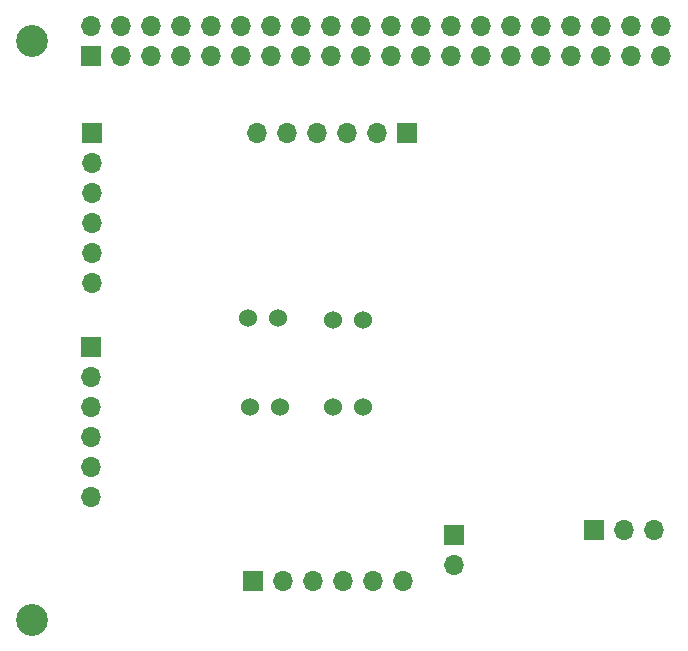
<source format=gbr>
%TF.GenerationSoftware,KiCad,Pcbnew,8.0.1*%
%TF.CreationDate,2024-10-12T17:53:39+09:00*%
%TF.ProjectId,Test2,54657374-322e-46b6-9963-61645f706362,rev?*%
%TF.SameCoordinates,Original*%
%TF.FileFunction,Soldermask,Bot*%
%TF.FilePolarity,Negative*%
%FSLAX46Y46*%
G04 Gerber Fmt 4.6, Leading zero omitted, Abs format (unit mm)*
G04 Created by KiCad (PCBNEW 8.0.1) date 2024-10-12 17:53:39*
%MOMM*%
%LPD*%
G01*
G04 APERTURE LIST*
%ADD10R,1.700000X1.700000*%
%ADD11O,1.700000X1.700000*%
%ADD12C,1.524000*%
%ADD13C,2.700000*%
G04 APERTURE END LIST*
D10*
%TO.C,J1_GPIO4*%
X15714000Y40220400D03*
D11*
X13174000Y40220400D03*
X10634000Y40220400D03*
X8094000Y40220400D03*
X5554000Y40220400D03*
X3014000Y40220400D03*
%TD*%
D10*
%TO.C,J2_GPIO17*%
X-10981400Y40195000D03*
D11*
X-10981400Y37655000D03*
X-10981400Y35115000D03*
X-10981400Y32575000D03*
X-10981400Y30035000D03*
X-10981400Y27495000D03*
%TD*%
%TO.C,J3_GPIO27*%
X-11006800Y9384800D03*
X-11006800Y11924800D03*
X-11006800Y14464800D03*
X-11006800Y17004800D03*
X-11006800Y19544800D03*
D10*
X-11006800Y22084800D03*
%TD*%
%TO.C,J4_GPIO22*%
X2702100Y2305600D03*
D11*
X5242100Y2305600D03*
X7782100Y2305600D03*
X10322100Y2305600D03*
X12862100Y2305600D03*
X15402100Y2305600D03*
%TD*%
D10*
%TO.C,Fan1*%
X19700000Y6200000D03*
D11*
X19700000Y3660000D03*
%TD*%
D12*
%TO.C,D1*%
X2230000Y24500000D03*
X4770000Y24500000D03*
%TD*%
D13*
%TO.C,REF1*%
X-16000000Y48000000D03*
%TD*%
D12*
%TO.C,D4*%
X9460000Y17000000D03*
X12000000Y17000000D03*
%TD*%
%TO.C,D2*%
X2460000Y17000000D03*
X5000000Y17000000D03*
%TD*%
D13*
%TO.C,REF\u002A\u002A*%
X-16000000Y-1000000D03*
%TD*%
D10*
%TO.C,M1_GPIO23*%
X31560000Y6600000D03*
D11*
X34100000Y6600000D03*
X36640000Y6600000D03*
%TD*%
D12*
%TO.C,D3*%
X9460000Y24400000D03*
X12000000Y24400000D03*
%TD*%
D10*
%TO.C,J1*%
X-11000000Y46730000D03*
D11*
X-11000000Y49270000D03*
X-8460000Y46730000D03*
X-8460000Y49270000D03*
X-5920000Y46730000D03*
X-5920000Y49270000D03*
X-3380000Y46730000D03*
X-3380000Y49270000D03*
X-840000Y46730000D03*
X-840000Y49270000D03*
X1700000Y46730000D03*
X1700000Y49270000D03*
X4240000Y46730000D03*
X4240000Y49270000D03*
X6780000Y46730000D03*
X6780000Y49270000D03*
X9320000Y46730000D03*
X9320000Y49270000D03*
X11860000Y46730000D03*
X11860000Y49270000D03*
X14400000Y46730000D03*
X14400000Y49270000D03*
X16940000Y46730000D03*
X16940000Y49270000D03*
X19480000Y46730000D03*
X19480000Y49270000D03*
X22020000Y46730000D03*
X22020000Y49270000D03*
X24560000Y46730000D03*
X24560000Y49270000D03*
X27100000Y46730000D03*
X27100000Y49270000D03*
X29640000Y46730000D03*
X29640000Y49270000D03*
X32180000Y46730000D03*
X32180000Y49270000D03*
X34720000Y46730000D03*
X34720000Y49270000D03*
X37260000Y46730000D03*
X37260000Y49270000D03*
%TD*%
M02*

</source>
